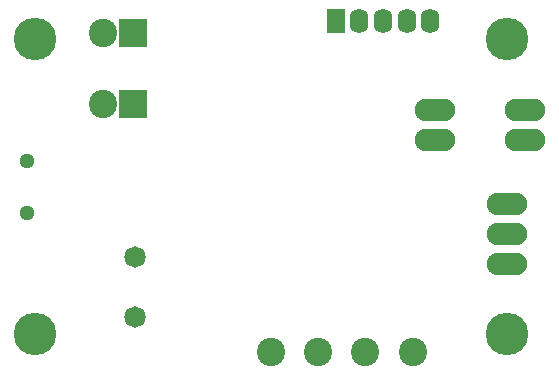
<source format=gbs>
%TF.GenerationSoftware,KiCad,Pcbnew,4.0.1-stable*%
%TF.CreationDate,2016-10-12T20:15:11+09:00*%
%TF.ProjectId,I2C_MASTER,4932435F4D41535445522E6B69636164,rev?*%
%TF.FileFunction,Soldermask,Bot*%
%FSLAX46Y46*%
G04 Gerber Fmt 4.6, Leading zero omitted, Abs format (unit mm)*
G04 Created by KiCad (PCBNEW 4.0.1-stable) date 10/12/16 20:15:11*
%MOMM*%
G01*
G04 APERTURE LIST*
%ADD10C,0.150000*%
%ADD11C,3.600000*%
%ADD12C,1.822400*%
%ADD13C,2.398980*%
%ADD14O,3.416000X1.908000*%
%ADD15R,2.400000X2.400000*%
%ADD16C,2.400000*%
%ADD17C,1.299160*%
%ADD18R,1.600000X2.100000*%
%ADD19O,1.600000X2.100000*%
G04 APERTURE END LIST*
D10*
D11*
X5000000Y-29500000D03*
X5000000Y-4500000D03*
X45000000Y-4500000D03*
X45000000Y-29500000D03*
D12*
X13500000Y-23000000D03*
X13500000Y-28080000D03*
D13*
X25000000Y-31000000D03*
X29000000Y-31000000D03*
X37000000Y-31000000D03*
X33000000Y-31000000D03*
D14*
X46560000Y-13020000D03*
X46560000Y-10480000D03*
X38940000Y-10480000D03*
X38940000Y-13020000D03*
D15*
X13300000Y-4000000D03*
D16*
X10760000Y-4000000D03*
D15*
X13300000Y-10000000D03*
D16*
X10760000Y-10000000D03*
D17*
X4400000Y-14800360D03*
X4400000Y-19199640D03*
D14*
X45000000Y-18460000D03*
X45000000Y-21000000D03*
X45000000Y-23540000D03*
D18*
X30500000Y-3000000D03*
D19*
X32500000Y-3000000D03*
X34500000Y-3000000D03*
X36500000Y-3000000D03*
X38500000Y-3000000D03*
M02*

</source>
